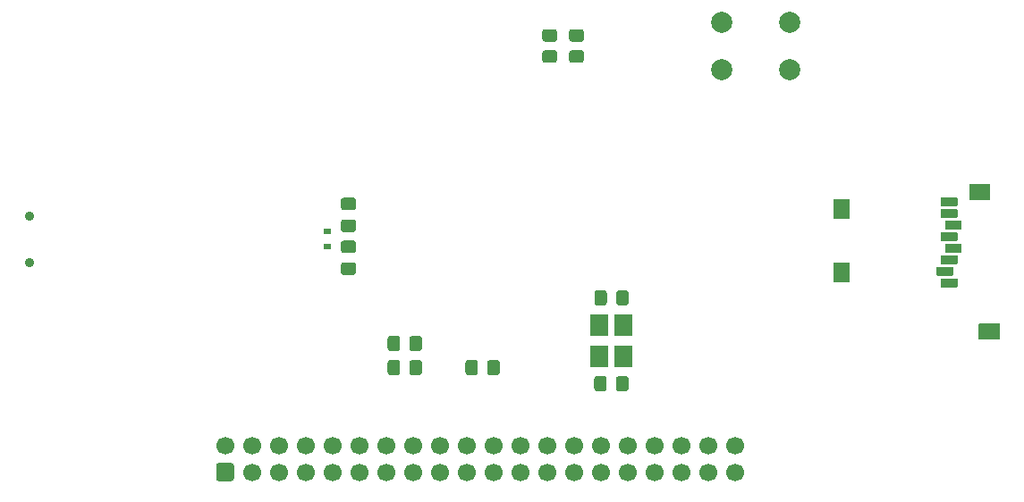
<source format=gbs>
%TF.GenerationSoftware,KiCad,Pcbnew,5.1.8*%
%TF.CreationDate,2020-11-25T01:05:46-06:00*%
%TF.ProjectId,e54-GFX-Development-Board,6535342d-4746-4582-9d44-6576656c6f70,rev?*%
%TF.SameCoordinates,Original*%
%TF.FileFunction,Soldermask,Bot*%
%TF.FilePolarity,Negative*%
%FSLAX46Y46*%
G04 Gerber Fmt 4.6, Leading zero omitted, Abs format (unit mm)*
G04 Created by KiCad (PCBNEW 5.1.8) date 2020-11-25 01:05:46*
%MOMM*%
%LPD*%
G01*
G04 APERTURE LIST*
%ADD10R,1.800000X2.100000*%
%ADD11C,2.000000*%
%ADD12C,1.700000*%
%ADD13C,0.900000*%
%ADD14R,0.800000X0.600000*%
G04 APERTURE END LIST*
%TO.C,X1*%
G36*
G01*
X187181999Y-100039200D02*
X188682001Y-100039200D01*
G75*
G02*
X188732800Y-100089999I0J-50799D01*
G01*
X188732800Y-100790001D01*
G75*
G02*
X188682001Y-100840800I-50799J0D01*
G01*
X187181999Y-100840800D01*
G75*
G02*
X187131200Y-100790001I0J50799D01*
G01*
X187131200Y-100089999D01*
G75*
G02*
X187181999Y-100039200I50799J0D01*
G01*
G37*
G36*
G01*
X186781999Y-98939200D02*
X188282001Y-98939200D01*
G75*
G02*
X188332800Y-98989999I0J-50799D01*
G01*
X188332800Y-99690001D01*
G75*
G02*
X188282001Y-99740800I-50799J0D01*
G01*
X186781999Y-99740800D01*
G75*
G02*
X186731200Y-99690001I0J50799D01*
G01*
X186731200Y-98989999D01*
G75*
G02*
X186781999Y-98939200I50799J0D01*
G01*
G37*
G36*
G01*
X187181999Y-97839200D02*
X188682001Y-97839200D01*
G75*
G02*
X188732800Y-97889999I0J-50799D01*
G01*
X188732800Y-98590001D01*
G75*
G02*
X188682001Y-98640800I-50799J0D01*
G01*
X187181999Y-98640800D01*
G75*
G02*
X187131200Y-98590001I0J50799D01*
G01*
X187131200Y-97889999D01*
G75*
G02*
X187181999Y-97839200I50799J0D01*
G01*
G37*
G36*
G01*
X187581999Y-96739200D02*
X189082001Y-96739200D01*
G75*
G02*
X189132800Y-96789999I0J-50799D01*
G01*
X189132800Y-97490001D01*
G75*
G02*
X189082001Y-97540800I-50799J0D01*
G01*
X187581999Y-97540800D01*
G75*
G02*
X187531200Y-97490001I0J50799D01*
G01*
X187531200Y-96789999D01*
G75*
G02*
X187581999Y-96739200I50799J0D01*
G01*
G37*
G36*
G01*
X187181999Y-95639200D02*
X188682001Y-95639200D01*
G75*
G02*
X188732800Y-95689999I0J-50799D01*
G01*
X188732800Y-96390001D01*
G75*
G02*
X188682001Y-96440800I-50799J0D01*
G01*
X187181999Y-96440800D01*
G75*
G02*
X187131200Y-96390001I0J50799D01*
G01*
X187131200Y-95689999D01*
G75*
G02*
X187181999Y-95639200I50799J0D01*
G01*
G37*
G36*
G01*
X187581999Y-94539200D02*
X189082001Y-94539200D01*
G75*
G02*
X189132800Y-94589999I0J-50799D01*
G01*
X189132800Y-95290001D01*
G75*
G02*
X189082001Y-95340800I-50799J0D01*
G01*
X187581999Y-95340800D01*
G75*
G02*
X187531200Y-95290001I0J50799D01*
G01*
X187531200Y-94589999D01*
G75*
G02*
X187581999Y-94539200I50799J0D01*
G01*
G37*
G36*
G01*
X187181999Y-93439200D02*
X188682001Y-93439200D01*
G75*
G02*
X188732800Y-93489999I0J-50799D01*
G01*
X188732800Y-94190001D01*
G75*
G02*
X188682001Y-94240800I-50799J0D01*
G01*
X187181999Y-94240800D01*
G75*
G02*
X187131200Y-94190001I0J50799D01*
G01*
X187131200Y-93489999D01*
G75*
G02*
X187181999Y-93439200I50799J0D01*
G01*
G37*
G36*
G01*
X187181999Y-92339200D02*
X188682001Y-92339200D01*
G75*
G02*
X188732800Y-92389999I0J-50799D01*
G01*
X188732800Y-93090001D01*
G75*
G02*
X188682001Y-93140800I-50799J0D01*
G01*
X187181999Y-93140800D01*
G75*
G02*
X187131200Y-93090001I0J50799D01*
G01*
X187131200Y-92389999D01*
G75*
G02*
X187181999Y-92339200I50799J0D01*
G01*
G37*
G36*
G01*
X178482800Y-98540000D02*
X178482800Y-100340000D01*
G75*
G02*
X178432000Y-100390800I-50800J0D01*
G01*
X177032000Y-100390800D01*
G75*
G02*
X176981200Y-100340000I0J50800D01*
G01*
X176981200Y-98540000D01*
G75*
G02*
X177032000Y-98489200I50800J0D01*
G01*
X178432000Y-98489200D01*
G75*
G02*
X178482800Y-98540000I0J-50800D01*
G01*
G37*
G36*
G01*
X178482800Y-92540000D02*
X178482800Y-94340000D01*
G75*
G02*
X178432000Y-94390800I-50800J0D01*
G01*
X177032000Y-94390800D01*
G75*
G02*
X176981200Y-94340000I0J50800D01*
G01*
X176981200Y-92540000D01*
G75*
G02*
X177032000Y-92489200I50800J0D01*
G01*
X178432000Y-92489200D01*
G75*
G02*
X178482800Y-92540000I0J-50800D01*
G01*
G37*
G36*
G01*
X190782000Y-104289200D02*
X192682000Y-104289200D01*
G75*
G02*
X192732800Y-104340000I0J-50800D01*
G01*
X192732800Y-105740000D01*
G75*
G02*
X192682000Y-105790800I-50800J0D01*
G01*
X190782000Y-105790800D01*
G75*
G02*
X190731200Y-105740000I0J50800D01*
G01*
X190731200Y-104340000D01*
G75*
G02*
X190782000Y-104289200I50800J0D01*
G01*
G37*
G36*
G01*
X189882000Y-91089200D02*
X191782000Y-91089200D01*
G75*
G02*
X191832800Y-91140000I0J-50800D01*
G01*
X191832800Y-92540000D01*
G75*
G02*
X191782000Y-92590800I-50800J0D01*
G01*
X189882000Y-92590800D01*
G75*
G02*
X189831200Y-92540000I0J50800D01*
G01*
X189831200Y-91140000D01*
G75*
G02*
X189882000Y-91089200I50800J0D01*
G01*
G37*
%TD*%
D10*
%TO.C,Y1*%
X154806000Y-104468000D03*
X154806000Y-107368000D03*
X157106000Y-107368000D03*
X157106000Y-104468000D03*
%TD*%
D11*
%TO.C,SW1*%
X172870000Y-75692000D03*
X172870000Y-80192000D03*
X166370000Y-75692000D03*
X166370000Y-80192000D03*
%TD*%
%TO.C,R4*%
G36*
G01*
X149663999Y-78378000D02*
X150564001Y-78378000D01*
G75*
G02*
X150814000Y-78627999I0J-249999D01*
G01*
X150814000Y-79328001D01*
G75*
G02*
X150564001Y-79578000I-249999J0D01*
G01*
X149663999Y-79578000D01*
G75*
G02*
X149414000Y-79328001I0J249999D01*
G01*
X149414000Y-78627999D01*
G75*
G02*
X149663999Y-78378000I249999J0D01*
G01*
G37*
G36*
G01*
X149663999Y-76378000D02*
X150564001Y-76378000D01*
G75*
G02*
X150814000Y-76627999I0J-249999D01*
G01*
X150814000Y-77328001D01*
G75*
G02*
X150564001Y-77578000I-249999J0D01*
G01*
X149663999Y-77578000D01*
G75*
G02*
X149414000Y-77328001I0J249999D01*
G01*
X149414000Y-76627999D01*
G75*
G02*
X149663999Y-76378000I249999J0D01*
G01*
G37*
%TD*%
%TO.C,R3*%
G36*
G01*
X152203999Y-78378000D02*
X153104001Y-78378000D01*
G75*
G02*
X153354000Y-78627999I0J-249999D01*
G01*
X153354000Y-79328001D01*
G75*
G02*
X153104001Y-79578000I-249999J0D01*
G01*
X152203999Y-79578000D01*
G75*
G02*
X151954000Y-79328001I0J249999D01*
G01*
X151954000Y-78627999D01*
G75*
G02*
X152203999Y-78378000I249999J0D01*
G01*
G37*
G36*
G01*
X152203999Y-76378000D02*
X153104001Y-76378000D01*
G75*
G02*
X153354000Y-76627999I0J-249999D01*
G01*
X153354000Y-77328001D01*
G75*
G02*
X153104001Y-77578000I-249999J0D01*
G01*
X152203999Y-77578000D01*
G75*
G02*
X151954000Y-77328001I0J249999D01*
G01*
X151954000Y-76627999D01*
G75*
G02*
X152203999Y-76378000I249999J0D01*
G01*
G37*
%TD*%
D12*
%TO.C,J4*%
X167640000Y-115824000D03*
X165100000Y-115824000D03*
X162560000Y-115824000D03*
X160020000Y-115824000D03*
X157480000Y-115824000D03*
X154940000Y-115824000D03*
X152400000Y-115824000D03*
X149860000Y-115824000D03*
X147320000Y-115824000D03*
X144780000Y-115824000D03*
X142240000Y-115824000D03*
X139700000Y-115824000D03*
X137160000Y-115824000D03*
X134620000Y-115824000D03*
X132080000Y-115824000D03*
X129540000Y-115824000D03*
X127000000Y-115824000D03*
X124460000Y-115824000D03*
X121920000Y-115824000D03*
X119380000Y-115824000D03*
X167640000Y-118364000D03*
X165100000Y-118364000D03*
X162560000Y-118364000D03*
X160020000Y-118364000D03*
X157480000Y-118364000D03*
X154940000Y-118364000D03*
X152400000Y-118364000D03*
X149860000Y-118364000D03*
X147320000Y-118364000D03*
X144780000Y-118364000D03*
X142240000Y-118364000D03*
X139700000Y-118364000D03*
X137160000Y-118364000D03*
X134620000Y-118364000D03*
X132080000Y-118364000D03*
X129540000Y-118364000D03*
X127000000Y-118364000D03*
X124460000Y-118364000D03*
X121920000Y-118364000D03*
G36*
G01*
X119980000Y-119214000D02*
X118780000Y-119214000D01*
G75*
G02*
X118530000Y-118964000I0J250000D01*
G01*
X118530000Y-117764000D01*
G75*
G02*
X118780000Y-117514000I250000J0D01*
G01*
X119980000Y-117514000D01*
G75*
G02*
X120230000Y-117764000I0J-250000D01*
G01*
X120230000Y-118964000D01*
G75*
G02*
X119980000Y-119214000I-250000J0D01*
G01*
G37*
%TD*%
D13*
%TO.C,J1*%
X100838000Y-98466000D03*
X100838000Y-94066000D03*
%TD*%
D14*
%TO.C,FB1*%
X129032000Y-96966000D03*
X129032000Y-95566000D03*
%TD*%
%TO.C,C22*%
G36*
G01*
X155527500Y-101379000D02*
X155527500Y-102329000D01*
G75*
G02*
X155277500Y-102579000I-250000J0D01*
G01*
X154602500Y-102579000D01*
G75*
G02*
X154352500Y-102329000I0J250000D01*
G01*
X154352500Y-101379000D01*
G75*
G02*
X154602500Y-101129000I250000J0D01*
G01*
X155277500Y-101129000D01*
G75*
G02*
X155527500Y-101379000I0J-250000D01*
G01*
G37*
G36*
G01*
X157602500Y-101379000D02*
X157602500Y-102329000D01*
G75*
G02*
X157352500Y-102579000I-250000J0D01*
G01*
X156677500Y-102579000D01*
G75*
G02*
X156427500Y-102329000I0J250000D01*
G01*
X156427500Y-101379000D01*
G75*
G02*
X156677500Y-101129000I250000J0D01*
G01*
X157352500Y-101129000D01*
G75*
G02*
X157602500Y-101379000I0J-250000D01*
G01*
G37*
%TD*%
%TO.C,C21*%
G36*
G01*
X156406000Y-110457000D02*
X156406000Y-109507000D01*
G75*
G02*
X156656000Y-109257000I250000J0D01*
G01*
X157331000Y-109257000D01*
G75*
G02*
X157581000Y-109507000I0J-250000D01*
G01*
X157581000Y-110457000D01*
G75*
G02*
X157331000Y-110707000I-250000J0D01*
G01*
X156656000Y-110707000D01*
G75*
G02*
X156406000Y-110457000I0J250000D01*
G01*
G37*
G36*
G01*
X154331000Y-110457000D02*
X154331000Y-109507000D01*
G75*
G02*
X154581000Y-109257000I250000J0D01*
G01*
X155256000Y-109257000D01*
G75*
G02*
X155506000Y-109507000I0J-250000D01*
G01*
X155506000Y-110457000D01*
G75*
G02*
X155256000Y-110707000I-250000J0D01*
G01*
X154581000Y-110707000D01*
G75*
G02*
X154331000Y-110457000I0J250000D01*
G01*
G37*
%TD*%
%TO.C,C18*%
G36*
G01*
X136848000Y-106647000D02*
X136848000Y-105697000D01*
G75*
G02*
X137098000Y-105447000I250000J0D01*
G01*
X137773000Y-105447000D01*
G75*
G02*
X138023000Y-105697000I0J-250000D01*
G01*
X138023000Y-106647000D01*
G75*
G02*
X137773000Y-106897000I-250000J0D01*
G01*
X137098000Y-106897000D01*
G75*
G02*
X136848000Y-106647000I0J250000D01*
G01*
G37*
G36*
G01*
X134773000Y-106647000D02*
X134773000Y-105697000D01*
G75*
G02*
X135023000Y-105447000I250000J0D01*
G01*
X135698000Y-105447000D01*
G75*
G02*
X135948000Y-105697000I0J-250000D01*
G01*
X135948000Y-106647000D01*
G75*
G02*
X135698000Y-106897000I-250000J0D01*
G01*
X135023000Y-106897000D01*
G75*
G02*
X134773000Y-106647000I0J250000D01*
G01*
G37*
%TD*%
%TO.C,C17*%
G36*
G01*
X136848000Y-108933000D02*
X136848000Y-107983000D01*
G75*
G02*
X137098000Y-107733000I250000J0D01*
G01*
X137773000Y-107733000D01*
G75*
G02*
X138023000Y-107983000I0J-250000D01*
G01*
X138023000Y-108933000D01*
G75*
G02*
X137773000Y-109183000I-250000J0D01*
G01*
X137098000Y-109183000D01*
G75*
G02*
X136848000Y-108933000I0J250000D01*
G01*
G37*
G36*
G01*
X134773000Y-108933000D02*
X134773000Y-107983000D01*
G75*
G02*
X135023000Y-107733000I250000J0D01*
G01*
X135698000Y-107733000D01*
G75*
G02*
X135948000Y-107983000I0J-250000D01*
G01*
X135948000Y-108933000D01*
G75*
G02*
X135698000Y-109183000I-250000J0D01*
G01*
X135023000Y-109183000D01*
G75*
G02*
X134773000Y-108933000I0J250000D01*
G01*
G37*
%TD*%
%TO.C,C15*%
G36*
G01*
X144214000Y-108933000D02*
X144214000Y-107983000D01*
G75*
G02*
X144464000Y-107733000I250000J0D01*
G01*
X145139000Y-107733000D01*
G75*
G02*
X145389000Y-107983000I0J-250000D01*
G01*
X145389000Y-108933000D01*
G75*
G02*
X145139000Y-109183000I-250000J0D01*
G01*
X144464000Y-109183000D01*
G75*
G02*
X144214000Y-108933000I0J250000D01*
G01*
G37*
G36*
G01*
X142139000Y-108933000D02*
X142139000Y-107983000D01*
G75*
G02*
X142389000Y-107733000I250000J0D01*
G01*
X143064000Y-107733000D01*
G75*
G02*
X143314000Y-107983000I0J-250000D01*
G01*
X143314000Y-108933000D01*
G75*
G02*
X143064000Y-109183000I-250000J0D01*
G01*
X142389000Y-109183000D01*
G75*
G02*
X142139000Y-108933000I0J250000D01*
G01*
G37*
%TD*%
%TO.C,C11*%
G36*
G01*
X130589000Y-98494000D02*
X131539000Y-98494000D01*
G75*
G02*
X131789000Y-98744000I0J-250000D01*
G01*
X131789000Y-99419000D01*
G75*
G02*
X131539000Y-99669000I-250000J0D01*
G01*
X130589000Y-99669000D01*
G75*
G02*
X130339000Y-99419000I0J250000D01*
G01*
X130339000Y-98744000D01*
G75*
G02*
X130589000Y-98494000I250000J0D01*
G01*
G37*
G36*
G01*
X130589000Y-96419000D02*
X131539000Y-96419000D01*
G75*
G02*
X131789000Y-96669000I0J-250000D01*
G01*
X131789000Y-97344000D01*
G75*
G02*
X131539000Y-97594000I-250000J0D01*
G01*
X130589000Y-97594000D01*
G75*
G02*
X130339000Y-97344000I0J250000D01*
G01*
X130339000Y-96669000D01*
G75*
G02*
X130589000Y-96419000I250000J0D01*
G01*
G37*
%TD*%
%TO.C,C5*%
G36*
G01*
X131539000Y-93530000D02*
X130589000Y-93530000D01*
G75*
G02*
X130339000Y-93280000I0J250000D01*
G01*
X130339000Y-92605000D01*
G75*
G02*
X130589000Y-92355000I250000J0D01*
G01*
X131539000Y-92355000D01*
G75*
G02*
X131789000Y-92605000I0J-250000D01*
G01*
X131789000Y-93280000D01*
G75*
G02*
X131539000Y-93530000I-250000J0D01*
G01*
G37*
G36*
G01*
X131539000Y-95605000D02*
X130589000Y-95605000D01*
G75*
G02*
X130339000Y-95355000I0J250000D01*
G01*
X130339000Y-94680000D01*
G75*
G02*
X130589000Y-94430000I250000J0D01*
G01*
X131539000Y-94430000D01*
G75*
G02*
X131789000Y-94680000I0J-250000D01*
G01*
X131789000Y-95355000D01*
G75*
G02*
X131539000Y-95605000I-250000J0D01*
G01*
G37*
%TD*%
M02*

</source>
